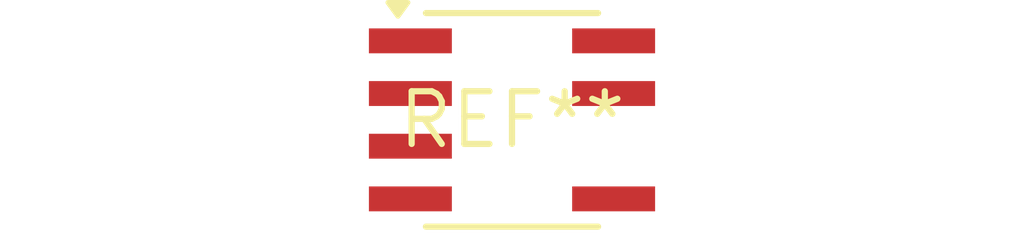
<source format=kicad_pcb>
(kicad_pcb (version 20240108) (generator pcbnew)
  (layers (0 "F.Cu" signal) (31 "B.Cu" signal) (34 "B.Paste" user) (35 "F.Paste" user) (36 "B.SilkS" user "B.Silkscreen") (37 "F.SilkS" user "F.Silkscreen") (38 "B.Mask" user) (39 "F.Mask" user) (44 "Edge.Cuts" user))
  (net 0 "")
  (footprint "PowerIntegrations_SO-8B" (layer "F.Cu") (at 0 0)
    (property "Reference" "REF**")
    (property "Value" "PowerIntegrations_SO-8B")
    (fp_line (start -2.075 -2.575) (end 2.075 -2.575) (layer "F.SilkS") (stroke (width 0.15)))
    (fp_line (start -2.075 2.575) (end 2.075 2.575) (layer "F.SilkS") (stroke (width 0.15)))
    (fp_poly (pts (xy -2.75 -2.5) (xy -2.51 -2.83) (xy -2.99 -2.83) (xy -2.75 -2.5)) (layer "F.SilkS") (stroke (width 0.12)) (fill solid))
    (pad "1" smd rect (at -2.45 -1.905) (size 2 0.6) (layers "F.Cu" "F.Paste" "F.Mask"))
    (pad "2" smd rect (at -2.45 -0.635) (size 2 0.6) (layers "F.Cu" "F.Paste" "F.Mask"))
    (pad "3" smd rect (at -2.45 0.635) (size 2 0.6) (layers "F.Cu" "F.Paste" "F.Mask"))
    (pad "4" smd rect (at -2.45 1.905) (size 2 0.6) (layers "F.Cu" "F.Paste" "F.Mask"))
    (pad "5" smd rect (at 2.45 1.905) (size 2 0.6) (layers "F.Cu" "F.Paste" "F.Mask"))
    (pad "7" smd rect (at 2.45 -0.635) (size 2 0.6) (layers "F.Cu" "F.Paste" "F.Mask"))
    (pad "8" smd rect (at 2.45 -1.905) (size 2 0.6) (layers "F.Cu" "F.Paste" "F.Mask"))
  )
)
</source>
